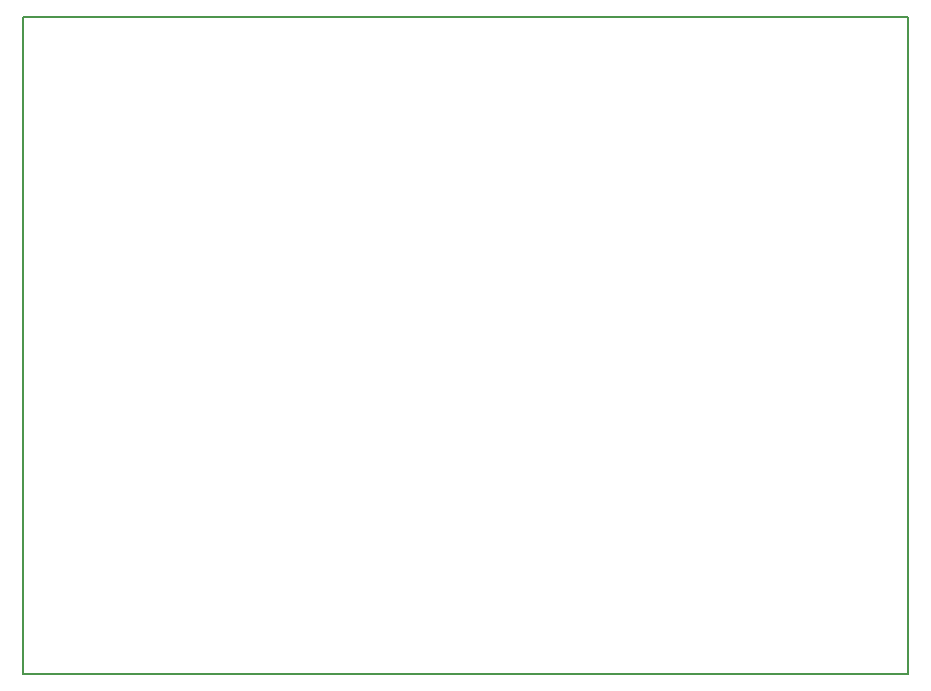
<source format=gbr>
G04 DipTrace 2.4.0.2*
%INBoardOutline.gbr*%
%MOIN*%
%ADD11C,0.006*%
%FSLAX44Y44*%
G04*
G70*
G90*
G75*
G01*
%LNBoardOutline*%
%LPD*%
X3940Y25815D2*
D11*
X33440D1*
Y3940D1*
X3940D1*
Y25815D1*
M02*

</source>
